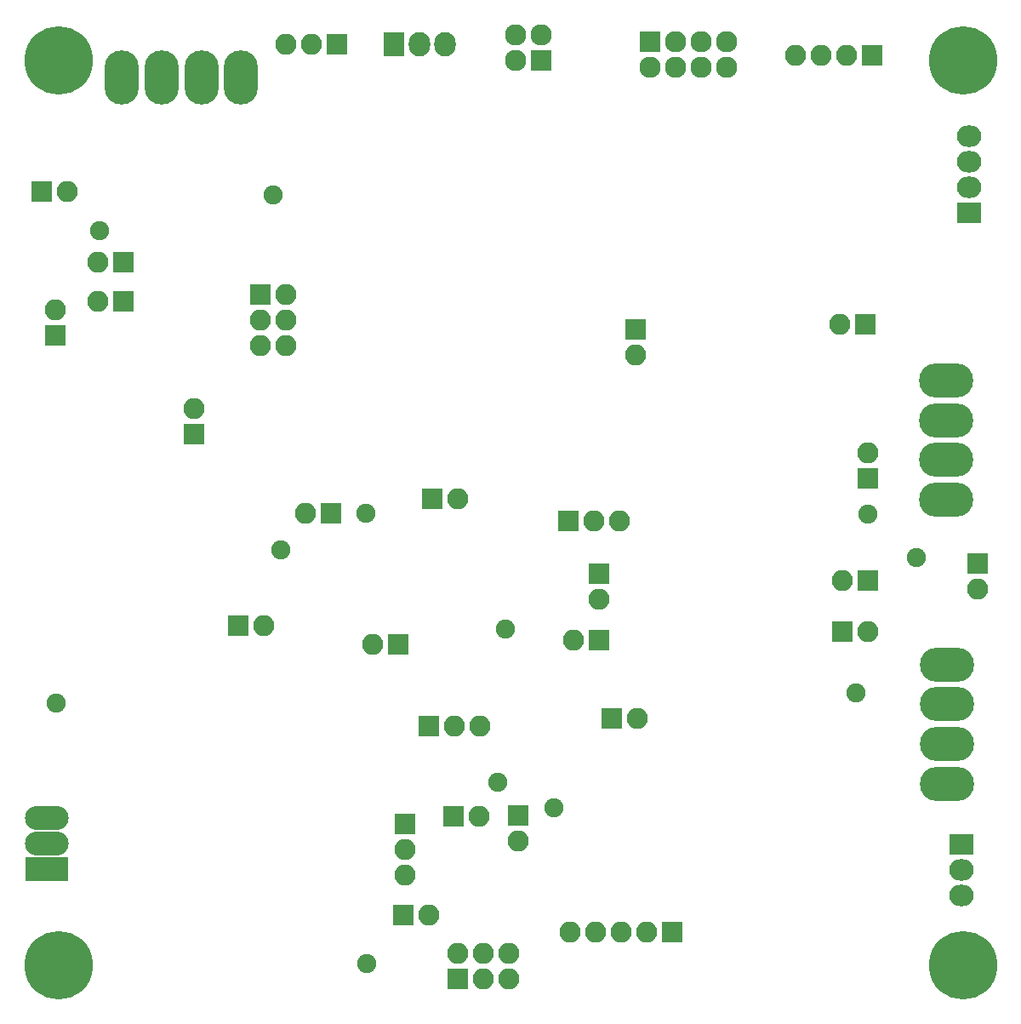
<source format=gbr>
G04 #@! TF.FileFunction,Soldermask,Bot*
%FSLAX46Y46*%
G04 Gerber Fmt 4.6, Leading zero omitted, Abs format (unit mm)*
G04 Created by KiCad (PCBNEW 4.0.2-stable) date 10/05/17 14:17:11*
%MOMM*%
G01*
G04 APERTURE LIST*
%ADD10C,0.100000*%
%ADD11R,2.127200X2.127200*%
%ADD12O,2.127200X2.127200*%
%ADD13R,2.100000X2.100000*%
%ADD14O,2.100000X2.100000*%
%ADD15R,2.432000X2.127200*%
%ADD16O,2.432000X2.127200*%
%ADD17R,4.360000X2.380000*%
%ADD18O,4.360000X2.380000*%
%ADD19C,1.900000*%
%ADD20O,5.401260X3.399740*%
%ADD21O,3.399740X5.401260*%
%ADD22R,2.127200X2.432000*%
%ADD23O,2.127200X2.432000*%
%ADD24C,6.800000*%
%ADD25C,1.200000*%
G04 APERTURE END LIST*
D10*
D11*
X127200000Y-42950000D03*
D12*
X127200000Y-40410000D03*
X124660000Y-42950000D03*
X124660000Y-40410000D03*
D13*
X113500000Y-127950000D03*
D14*
X116040000Y-127950000D03*
D15*
X169800000Y-58150000D03*
D16*
X169800000Y-55610000D03*
X169800000Y-53070000D03*
X169800000Y-50530000D03*
D13*
X113700000Y-118900000D03*
D14*
X113700000Y-121440000D03*
X113700000Y-123980000D03*
D13*
X77550000Y-56050000D03*
D14*
X80090000Y-56050000D03*
D13*
X85650000Y-66950000D03*
D14*
X83110000Y-66950000D03*
D13*
X85650000Y-63050000D03*
D14*
X83110000Y-63050000D03*
D13*
X157200000Y-99800000D03*
D14*
X159740000Y-99800000D03*
D13*
X159700000Y-94700000D03*
D14*
X157160000Y-94700000D03*
D13*
X92700000Y-80150000D03*
D14*
X92700000Y-77610000D03*
D13*
X106350000Y-88000000D03*
D14*
X103810000Y-88000000D03*
D13*
X159750000Y-84550000D03*
D14*
X159750000Y-82010000D03*
D13*
X159450000Y-69200000D03*
D14*
X156910000Y-69200000D03*
D13*
X113030000Y-101092000D03*
D14*
X110490000Y-101092000D03*
D13*
X136650000Y-69700000D03*
D14*
X136650000Y-72240000D03*
D13*
X124950000Y-118050000D03*
D14*
X124950000Y-120590000D03*
D17*
X78050000Y-123400000D03*
D18*
X78050000Y-120860000D03*
X78050000Y-118320000D03*
D13*
X118900000Y-134350000D03*
D14*
X118900000Y-131810000D03*
X121440000Y-134350000D03*
X121440000Y-131810000D03*
X123980000Y-134350000D03*
X123980000Y-131810000D03*
D13*
X118500000Y-118150000D03*
D14*
X121040000Y-118150000D03*
D13*
X133000000Y-94000000D03*
D14*
X133000000Y-96540000D03*
D13*
X170700000Y-93050000D03*
D14*
X170700000Y-95590000D03*
D19*
X109900000Y-132850000D03*
X122936000Y-114808000D03*
X128500000Y-117300000D03*
X164592000Y-92456000D03*
X83250000Y-59900000D03*
X101346000Y-91694000D03*
X109800000Y-88050000D03*
X123698000Y-99568000D03*
X100584000Y-56388000D03*
X159766000Y-88138000D03*
X158550000Y-105900000D03*
X78994000Y-106934000D03*
D13*
X140300000Y-129700000D03*
D14*
X137760000Y-129700000D03*
X135220000Y-129700000D03*
X132680000Y-129700000D03*
X130140000Y-129700000D03*
D13*
X78900000Y-70300000D03*
D14*
X78900000Y-67760000D03*
D20*
X167500000Y-82731200D03*
X167500000Y-78768800D03*
X167500000Y-86691060D03*
X167500000Y-74808940D03*
D21*
X89458800Y-44704000D03*
X93421200Y-44704000D03*
X85498940Y-44704000D03*
X97381060Y-44704000D03*
D20*
X167650000Y-107018800D03*
X167650000Y-110981200D03*
X167650000Y-103058940D03*
X167650000Y-114941060D03*
D13*
X116400000Y-86550000D03*
D14*
X118940000Y-86550000D03*
D13*
X133000000Y-100600000D03*
D14*
X130460000Y-100600000D03*
D13*
X116078000Y-109220000D03*
D14*
X118618000Y-109220000D03*
X121158000Y-109220000D03*
D13*
X134250000Y-108400000D03*
D14*
X136790000Y-108400000D03*
D13*
X97050000Y-99200000D03*
D14*
X99590000Y-99200000D03*
D22*
X112600000Y-41350000D03*
D23*
X115140000Y-41350000D03*
X117680000Y-41350000D03*
D11*
X138100000Y-41150000D03*
D12*
X138100000Y-43690000D03*
X140640000Y-41150000D03*
X140640000Y-43690000D03*
X143180000Y-41150000D03*
X143180000Y-43690000D03*
X145720000Y-41150000D03*
X145720000Y-43690000D03*
D24*
X79200000Y-43000000D03*
D25*
X81600000Y-43000000D03*
X80897056Y-44697056D03*
X79200000Y-45400000D03*
X77502944Y-44697056D03*
X76800000Y-43000000D03*
X77502944Y-41302944D03*
X79200000Y-40600000D03*
X80897056Y-41302944D03*
D24*
X169200000Y-43000000D03*
D25*
X171600000Y-43000000D03*
X170897056Y-44697056D03*
X169200000Y-45400000D03*
X167502944Y-44697056D03*
X166800000Y-43000000D03*
X167502944Y-41302944D03*
X169200000Y-40600000D03*
X170897056Y-41302944D03*
D24*
X169200000Y-133000000D03*
D25*
X171600000Y-133000000D03*
X170897056Y-134697056D03*
X169200000Y-135400000D03*
X167502944Y-134697056D03*
X166800000Y-133000000D03*
X167502944Y-131302944D03*
X169200000Y-130600000D03*
X170897056Y-131302944D03*
D24*
X79200000Y-133000000D03*
D25*
X81600000Y-133000000D03*
X80897056Y-134697056D03*
X79200000Y-135400000D03*
X77502944Y-134697056D03*
X76800000Y-133000000D03*
X77502944Y-131302944D03*
X79200000Y-130600000D03*
X80897056Y-131302944D03*
D15*
X169050000Y-121000000D03*
D16*
X169050000Y-123540000D03*
X169050000Y-126080000D03*
D13*
X160150000Y-42450000D03*
D14*
X157610000Y-42450000D03*
X155070000Y-42450000D03*
X152530000Y-42450000D03*
D13*
X106934000Y-41402000D03*
D14*
X104394000Y-41402000D03*
X101854000Y-41402000D03*
D13*
X129900000Y-88800000D03*
D14*
X132440000Y-88800000D03*
X134980000Y-88800000D03*
D13*
X99314000Y-66294000D03*
D14*
X101854000Y-66294000D03*
X99314000Y-68834000D03*
X101854000Y-68834000D03*
X99314000Y-71374000D03*
X101854000Y-71374000D03*
M02*

</source>
